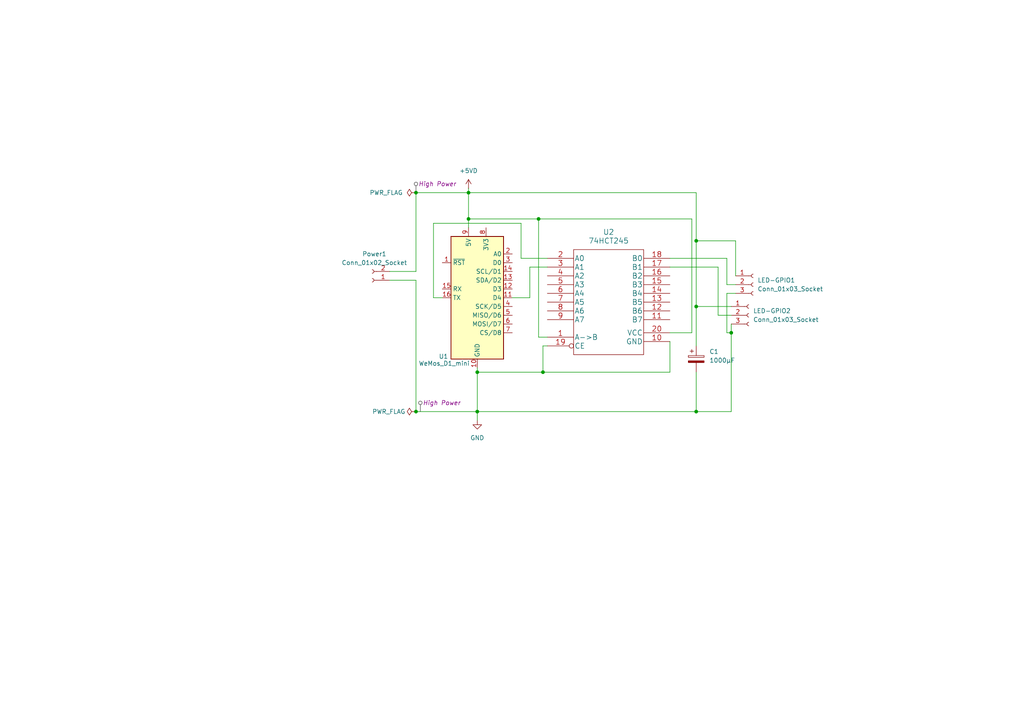
<source format=kicad_sch>
(kicad_sch (version 20231120) (generator "eeschema") (generator_version "8.0")
  (paper "A4")
  (title_block (title "wled-pcb"))
  (lib_symbols
    (symbol "Connector:Conn_01x02_Socket" (pin_names (offset 1.016) hide)
      (property "Reference" "J" (at 0 2.54 0))
      (property "Value" "Conn_01x02_Socket" (at 0 -5.08 0))
      (symbol "Conn_01x02_Socket_1_1"
        (arc (start 0 -2.032) (mid -0.5058 -2.54) (end 0 -3.048) (stroke (width 0.1524)))
        (polyline (pts (xy -1.27 -2.54) (xy -0.508 -2.54)) (stroke (width 0.1524)))
        (polyline (pts (xy -1.27 0) (xy -0.508 0)) (stroke (width 0.1524)))
        (arc (start 0 0.508) (mid -0.5058 0) (end 0 -0.508) (stroke (width 0.1524)))
        (pin passive line (at -5.08 0 0) (length 3.81) (name "Pin_1") (number "1"))
        (pin passive line (at -5.08 -2.54 0) (length 3.81) (name "Pin_2") (number "2"))
      )
    )
    (symbol "Connector:Conn_01x03_Socket" (pin_names (offset 1.016) hide)
      (property "Reference" "J" (at 0 5.08 0))
      (property "Value" "Conn_01x03_Socket" (at 0 -5.08 0))
      (symbol "Conn_01x03_Socket_1_1"
        (arc (start 0 -2.032) (mid -0.5058 -2.54) (end 0 -3.048) (stroke (width 0.1524)))
        (polyline (pts (xy -1.27 -2.54) (xy -0.508 -2.54)) (stroke (width 0.1524)))
        (polyline (pts (xy -1.27 0) (xy -0.508 0)) (stroke (width 0.1524)))
        (polyline (pts (xy -1.27 2.54) (xy -0.508 2.54)) (stroke (width 0.1524)))
        (arc (start 0 0.508) (mid -0.5058 0) (end 0 -0.508) (stroke (width 0.1524)))
        (arc (start 0 3.048) (mid -0.5058 2.54) (end 0 2.032) (stroke (width 0.1524)))
        (pin passive line (at -5.08 2.54 0) (length 3.81) (name "Pin_1") (number "1"))
        (pin passive line (at -5.08 0 0) (length 3.81) (name "Pin_2") (number "2"))
        (pin passive line (at -5.08 -2.54 0) (length 3.81) (name "Pin_3") (number "3"))
      )
    )
    (symbol "Device:C_Polarized" (pin_numbers hide) (pin_names (offset 0.254))
      (property "Reference" "C" (at 0.635 2.54 0))
      (property "Value" "C_Polarized" (at 0.635 -2.54 0))
      (symbol "C_Polarized_0_1"
        (rectangle (start -2.286 0.508) (end 2.286 1.016))
        (polyline (pts (xy -1.778 2.286) (xy -0.762 2.286)))
        (polyline (pts (xy -1.27 2.794) (xy -1.27 1.778)))
        (rectangle (start 2.286 -0.508) (end -2.286 -1.016) (fill (type outline)))
      )
      (symbol "C_Polarized_1_1"
        (pin passive line (at 0 3.81 270) (length 2.794) (name "~") (number "1"))
        (pin passive line (at 0 -3.81 90) (length 2.794) (name "~") (number "2"))
      )
    )
    (symbol "MCU_Module:WeMos_D1_mini"
      (property "Reference" "U" (at 3.81 19.05 0))
      (property "Value" "WeMos_D1_mini" (at 1.27 -19.05 0))
      (symbol "WeMos_D1_mini_1_1"
        (rectangle (start -7.62 17.78) (end 7.62 -17.78) (stroke (width 0.254)) (fill (type background)))
        (pin input line (at -10.16 10.16 0) (length 2.54) (name "~{RST}") (number "1"))
        (pin power_in line (at 0 -20.32 90) (length 2.54) (name "GND") (number "10"))
        (pin bidirectional line (at 10.16 0 180) (length 2.54) (name "D4") (number "11"))
        (pin bidirectional line (at 10.16 2.54 180) (length 2.54) (name "D3") (number "12"))
        (pin bidirectional line (at 10.16 5.08 180) (length 2.54) (name "SDA/D2") (number "13"))
        (pin bidirectional line (at 10.16 7.62 180) (length 2.54) (name "SCL/D1") (number "14"))
        (pin input line (at -10.16 2.54 0) (length 2.54) (name "RX") (number "15"))
        (pin output line (at -10.16 0 0) (length 2.54) (name "TX") (number "16"))
        (pin input line (at 10.16 12.7 180) (length 2.54) (name "A0") (number "2"))
        (pin bidirectional line (at 10.16 10.16 180) (length 2.54) (name "D0") (number "3"))
        (pin bidirectional line (at 10.16 -2.54 180) (length 2.54) (name "SCK/D5") (number "4"))
        (pin bidirectional line (at 10.16 -5.08 180) (length 2.54) (name "MISO/D6") (number "5"))
        (pin bidirectional line (at 10.16 -7.62 180) (length 2.54) (name "MOSI/D7") (number "6"))
        (pin bidirectional line (at 10.16 -10.16 180) (length 2.54) (name "CS/D8") (number "7"))
        (pin power_out line (at 2.54 20.32 270) (length 2.54) (name "3V3") (number "8"))
        (pin power_in line (at -2.54 20.32 270) (length 2.54) (name "5V") (number "9"))
      )
    )
    (symbol "lib:74HCT245" (pin_names (offset 0.254))
      (property "Reference" "U" (at 0 12.7 0))
      (property "Value" "74HCT245" (at 0 0 90))
      (symbol "74HCT245_0_0"
        (pin power_in line (at 17.78 -11.43 180) (length 7.62) (name "GND") (number "10"))
        (pin power_in line (at 17.78 -8.89 180) (length 7.62) (name "VCC") (number "20"))
      )
      (symbol "74HCT245_0_1"
        (rectangle (start -10.16 15.24) (end 10.16 -15.24))
      )
      (symbol "74HCT245_1_1"
        (pin input line (at -17.78 -10.16 0) (length 7.62) (name "A->B") (number "1"))
        (pin tri_state line (at 17.78 -5.08 180) (length 7.62) (name "B7") (number "11"))
        (pin tri_state line (at 17.78 -2.54 180) (length 7.62) (name "B6") (number "12"))
        (pin tri_state line (at 17.78 0 180) (length 7.62) (name "B5") (number "13"))
        (pin tri_state line (at 17.78 2.54 180) (length 7.62) (name "B4") (number "14"))
        (pin tri_state line (at 17.78 5.08 180) (length 7.62) (name "B3") (number "15"))
        (pin tri_state line (at 17.78 7.62 180) (length 7.62) (name "B2") (number "16"))
        (pin tri_state line (at 17.78 10.16 180) (length 7.62) (name "B1") (number "17"))
        (pin tri_state line (at 17.78 12.7 180) (length 7.62) (name "B0") (number "18"))
        (pin input inverted (at -17.78 -12.7 0) (length 7.62) (name "CE") (number "19"))
        (pin tri_state line (at -17.78 12.7 0) (length 7.62) (name "A0") (number "2"))
        (pin tri_state line (at -17.78 10.16 0) (length 7.62) (name "A1") (number "3"))
        (pin tri_state line (at -17.78 7.62 0) (length 7.62) (name "A2") (number "4"))
        (pin tri_state line (at -17.78 5.08 0) (length 7.62) (name "A3") (number "5"))
        (pin tri_state line (at -17.78 2.54 0) (length 7.62) (name "A4") (number "6"))
        (pin tri_state line (at -17.78 0 0) (length 7.62) (name "A5") (number "7"))
        (pin tri_state line (at -17.78 -2.54 0) (length 7.62) (name "A6") (number "8"))
        (pin tri_state line (at -17.78 -5.08 0) (length 7.62) (name "A7") (number "9"))
      )
    )
    (symbol "power:+5VD" (power) (pin_numbers hide) (pin_names (offset 0) hide)
      (property "Value" "+5VD" (at 0 3.556 0))
      (symbol "+5VD_0_1"
        (polyline (pts (xy -0.762 1.27) (xy 0 2.54)))
        (polyline (pts (xy 0 0) (xy 0 2.54)))
        (polyline (pts (xy 0 2.54) (xy 0.762 1.27)))
      )
      (symbol "+5VD_1_1"
        (pin power_in line (at 0 0 90) (length 0) (name "~") (number "1"))
      )
    )
    (symbol "power:GND" (power) (pin_numbers hide) (pin_names (offset 0) hide)
      (property "Value" "GND" (at 0 -3.81 0))
      (symbol "GND_0_1"
        (polyline (pts (xy 0 0) (xy 0 -1.27) (xy 1.27 -1.27) (xy 0 -2.54) (xy -1.27 -1.27) (xy 0 -1.27)))
      )
      (symbol "GND_1_1"
        (pin power_in line (at 0 0 270) (length 0) (name "~") (number "1"))
      )
    )
    (symbol "power:PWR_FLAG" (power) (pin_numbers hide) (pin_names (offset 0) hide)
      (property "Value" "PWR_FLAG" (at 0 3.81 0))
      (symbol "PWR_FLAG_0_0"
        (pin power_out line (at 0 0 90) (length 0) (name "~") (number "1"))
      )
      (symbol "PWR_FLAG_0_1"
        (polyline (pts (xy 0 0) (xy 0 1.27) (xy -1.016 1.905) (xy 0 2.54) (xy 1.016 1.905) (xy 0 1.27)))
      )
    )
  )
  (junction (at 138.43 119.38))
  (junction (at 156.21 63.5))
  (junction (at 201.93 69.85))
  (junction (at 212.09 96.52))
  (junction (at 120.65 119.38))
  (junction (at 201.93 88.9))
  (junction (at 120.65 55.88))
  (junction (at 201.93 119.38))
  (junction (at 138.43 107.95))
  (junction (at 135.89 55.88))
  (junction (at 157.48 107.95))
  (junction (at 135.89 63.5))
  (wire (pts (xy 201.93 55.88) (xy 201.93 69.85)))
  (wire (pts (xy 213.36 85.09) (xy 210.82 85.09)))
  (wire (pts (xy 151.13 64.77) (xy 125.73 64.77)))
  (wire (pts (xy 200.66 63.5) (xy 156.21 63.5)))
  (wire (pts (xy 151.13 64.77) (xy 151.13 74.93)))
  (wire (pts (xy 210.82 74.93) (xy 210.82 82.55)))
  (wire (pts (xy 212.09 93.98) (xy 212.09 96.52)))
  (wire (pts (xy 210.82 85.09) (xy 210.82 96.52)))
  (wire (pts (xy 157.48 100.33) (xy 158.75 100.33)))
  (wire (pts (xy 201.93 88.9) (xy 212.09 88.9)))
  (wire (pts (xy 138.43 107.95) (xy 138.43 119.38)))
  (wire (pts (xy 135.89 54.61) (xy 135.89 55.88)))
  (wire (pts (xy 157.48 100.33) (xy 157.48 107.95)))
  (wire (pts (xy 158.75 97.79) (xy 156.21 97.79)))
  (wire (pts (xy 157.48 107.95) (xy 138.43 107.95)))
  (wire (pts (xy 138.43 119.38) (xy 201.93 119.38)))
  (wire (pts (xy 128.27 86.36) (xy 125.73 86.36)))
  (wire (pts (xy 120.65 78.74) (xy 120.65 55.88)))
  (wire (pts (xy 157.48 107.95) (xy 194.31 107.95)))
  (wire (pts (xy 135.89 55.88) (xy 201.93 55.88)))
  (wire (pts (xy 153.67 86.36) (xy 153.67 77.47)))
  (wire (pts (xy 200.66 96.52) (xy 200.66 63.5)))
  (wire (pts (xy 201.93 88.9) (xy 201.93 100.33)))
  (wire (pts (xy 151.13 74.93) (xy 158.75 74.93)))
  (wire (pts (xy 120.65 81.28) (xy 120.65 119.38)))
  (wire (pts (xy 156.21 97.79) (xy 156.21 63.5)))
  (wire (pts (xy 194.31 96.52) (xy 200.66 96.52)))
  (wire (pts (xy 135.89 63.5) (xy 135.89 66.04)))
  (wire (pts (xy 120.65 55.88) (xy 135.89 55.88)))
  (wire (pts (xy 201.93 69.85) (xy 201.93 88.9)))
  (wire (pts (xy 135.89 55.88) (xy 135.89 63.5)))
  (wire (pts (xy 153.67 77.47) (xy 158.75 77.47)))
  (wire (pts (xy 138.43 106.68) (xy 138.43 107.95)))
  (wire (pts (xy 120.65 119.38) (xy 138.43 119.38)))
  (wire (pts (xy 194.31 77.47) (xy 208.28 77.47)))
  (wire (pts (xy 194.31 107.95) (xy 194.31 99.06)))
  (wire (pts (xy 156.21 63.5) (xy 135.89 63.5)))
  (wire (pts (xy 212.09 96.52) (xy 212.09 119.38)))
  (wire (pts (xy 194.31 74.93) (xy 210.82 74.93)))
  (wire (pts (xy 208.28 91.44) (xy 212.09 91.44)))
  (wire (pts (xy 125.73 64.77) (xy 125.73 86.36)))
  (wire (pts (xy 208.28 91.44) (xy 208.28 77.47)))
  (wire (pts (xy 201.93 69.85) (xy 213.36 69.85)))
  (wire (pts (xy 210.82 82.55) (xy 213.36 82.55)))
  (wire (pts (xy 201.93 107.95) (xy 201.93 119.38)))
  (wire (pts (xy 213.36 80.01) (xy 213.36 69.85)))
  (wire (pts (xy 201.93 119.38) (xy 212.09 119.38)))
  (wire (pts (xy 210.82 96.52) (xy 212.09 96.52)))
  (wire (pts (xy 113.03 81.28) (xy 120.65 81.28)))
  (wire (pts (xy 138.43 119.38) (xy 138.43 121.92)))
  (wire (pts (xy 148.59 86.36) (xy 153.67 86.36)))
  (wire (pts (xy 113.03 78.74) (xy 120.65 78.74)))
  (netclass_flag "" (length 2.54) (shape round) (at 121.92 119.38 0) (property "Netclass" "High Power" (at 122.6185 116.84 0) (effects (font (italic yes)) (justify left))))
  (netclass_flag "" (length 2.54) (shape round) (at 120.65 55.88 0) (property "Netclass" "High Power" (at 121.3485 53.34 0) (effects (font (italic yes)) (justify left))))
  (symbol (lib_id "Connector:Conn_01x03_Socket") (at 217.17 91.44 0) (unit 1)
    (property "Reference" "LED-GPIO2" (at 218.44 90.1699 0) (effects (justify left)))
    (property "Value" "Conn_01x03_Socket" (at 218.44 92.7099 0) (effects (justify left)))
    (property "Footprint" "Connector_Wire:SolderWire-0.75sqmm_1x03_P4.8mm_D1.25mm_OD2.3mm" (effects (hide yes)))
    (property "Description" "Generic connector, single row, 01x03, script generated" (effects (hide yes)))
  )
  (symbol (lib_id "power:GND") (at 138.43 121.92 0) (unit 1)
    (property "Reference" "#PWR01" (effects (hide yes)))
    (property "Value" "GND" (at 138.43 127 0))
    (property "Description" "Power symbol creates a global label with name \"GND\" , ground" (effects (hide yes)))
  )
  (symbol (lib_id "Connector:Conn_01x03_Socket") (at 218.44 82.55 0) (unit 1)
    (property "Reference" "LED-GPIO1" (at 219.71 81.2799 0) (effects (justify left)))
    (property "Value" "Conn_01x03_Socket" (at 219.71 83.8199 0) (effects (justify left)))
    (property "Footprint" "Connector_Wire:SolderWire-0.75sqmm_1x03_P4.8mm_D1.25mm_OD2.3mm" (effects (hide yes)))
    (property "Description" "Generic connector, single row, 01x03, script generated" (effects (hide yes)))
  )
  (symbol (lib_id "Connector:Conn_01x02_Socket") (at 107.95 81.28 180) (unit 1)
    (property "Reference" "Power1" (at 108.585 73.66 0))
    (property "Value" "Conn_01x02_Socket" (at 108.585 76.2 0))
    (property "Footprint" "Connector_Wire:SolderWire-0.75sqmm_1x02_P4.8mm_D1.25mm_OD2.3mm" (effects (hide yes)))
    (property "Description" "Generic connector, single row, 01x02, script generated" (effects (hide yes)))
  )
  (symbol (lib_id "power:+5VD") (at 135.89 54.61 0) (unit 1)
    (property "Reference" "#PWR02" (effects (hide yes)))
    (property "Value" "+5VD" (at 135.89 49.53 0))
    (property "Description" "Power symbol creates a global label with name \"+5VD\"" (effects (hide yes)))
  )
  (symbol (lib_id "lib:74HCT245") (at 176.53 87.63 0) (unit 1)
    (property "Reference" "U2" (at 176.53 67.31 0) (effects (font (size 1.524 1.524))))
    (property "Value" "74HCT245" (at 176.53 69.85 0) (effects (font (size 1.524 1.524))))
    (property "Footprint" "Package_DIP:DIP-20_W7.62mm" (effects (hide yes)))
  )
  (symbol (lib_id "Device:C_Polarized") (at 201.93 104.14 0) (unit 1)
    (property "Reference" "C1" (at 205.74 101.9809 0) (effects (justify left)))
    (property "Value" "1000µF" (at 205.74 104.5209 0) (effects (justify left)))
    (property "Footprint" "Capacitor_THT:CP_Radial_D10.0mm_P5.00mm" (effects (hide yes)))
    (property "Description" "Polarized capacitor" (effects (hide yes)))
  )
  (symbol (lib_id "power:PWR_FLAG") (at 120.65 55.88 90) (unit 1)
    (property "Reference" "#FLG01" (effects (hide yes)))
    (property "Value" "PWR_FLAG" (at 116.84 55.8799 90) (effects (justify left)))
    (property "Description" "Special symbol for telling ERC where power comes from" (effects (hide yes)))
  )
  (symbol (lib_id "MCU_Module:WeMos_D1_mini") (at 138.43 86.36 0) (unit 1)
    (property "Reference" "U1" (at 127.254 103.378 0) (effects (justify left)))
    (property "Value" "WeMos_D1_mini" (at 121.412 105.41 0) (effects (justify left)))
    (property "Footprint" "Module:WEMOS_D1_mini_light" (effects (hide yes)))
    (property "Datasheet" "https://wiki.wemos.cc/products:d1:d1_mini#documentation" (effects (hide yes)))
    (property "Description" "32-bit microcontroller module with WiFi" (effects (hide yes)))
  )
  (symbol (lib_id "power:PWR_FLAG") (at 120.65 119.38 90) (unit 1)
    (property "Reference" "#FLG02" (effects (hide yes)))
    (property "Value" "PWR_FLAG" (at 112.776 119.38 90))
    (property "Description" "Special symbol for telling ERC where power comes from" (effects (hide yes)))
  )
)
</source>
